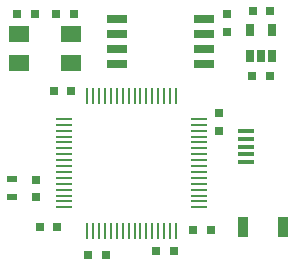
<source format=gtp>
G04 #@! TF.FileFunction,Paste,Top*
%FSLAX46Y46*%
G04 Gerber Fmt 4.6, Leading zero omitted, Abs format (unit mm)*
G04 Created by KiCad (PCBNEW 4.0.7-e0-6372~58~ubuntu16.10.1) date Fri Aug 10 15:11:26 2018*
%MOMM*%
%LPD*%
G01*
G04 APERTURE LIST*
%ADD10C,0.100000*%
%ADD11R,0.900000X1.700000*%
%ADD12R,0.800000X0.750000*%
%ADD13R,0.900000X0.500000*%
%ADD14R,1.800860X1.399540*%
%ADD15R,0.750000X0.800000*%
%ADD16R,1.350000X0.400000*%
%ADD17R,1.700000X0.650000*%
%ADD18R,1.348740X0.289560*%
%ADD19R,0.289560X1.348740*%
%ADD20R,0.650000X1.060000*%
G04 APERTURE END LIST*
D10*
D11*
X151600000Y-102200000D03*
X155000000Y-102200000D03*
D12*
X144300000Y-104200000D03*
X145800000Y-104200000D03*
X137285120Y-84192876D03*
X135785120Y-84192876D03*
X135900000Y-102200000D03*
X134400000Y-102200000D03*
D13*
X132100000Y-99650000D03*
X132100000Y-98150000D03*
D12*
X140000000Y-104600000D03*
X138500000Y-104600000D03*
X147400000Y-102500000D03*
X148900000Y-102500000D03*
D14*
X132685120Y-88290636D03*
X137084400Y-88290636D03*
X137084400Y-85892876D03*
X132685120Y-85892876D03*
D15*
X149600000Y-92600000D03*
X149600000Y-94100000D03*
D12*
X137100000Y-90700000D03*
X135600000Y-90700000D03*
D15*
X134100000Y-99700000D03*
X134100000Y-98200000D03*
D12*
X153950000Y-83900000D03*
X152450000Y-83900000D03*
D16*
X151900000Y-96700000D03*
X151900000Y-96050000D03*
X151900000Y-95400000D03*
X151900000Y-94750000D03*
X151900000Y-94100000D03*
D17*
X141000000Y-84560000D03*
X141000000Y-85830000D03*
X141000000Y-87100000D03*
X141000000Y-88370000D03*
X148300000Y-88370000D03*
X148300000Y-87100000D03*
X148300000Y-85830000D03*
X148300000Y-84560000D03*
D15*
X150300000Y-85700000D03*
X150300000Y-84200000D03*
D12*
X134035120Y-84192876D03*
X132535120Y-84192876D03*
X153900000Y-89400000D03*
X152400000Y-89400000D03*
D18*
X136477380Y-93050960D03*
X136477380Y-93551340D03*
X136477380Y-94051720D03*
X136477380Y-94552100D03*
X136477380Y-95052480D03*
X136477380Y-95550320D03*
X136477380Y-96050700D03*
X136477380Y-96551080D03*
X136477380Y-97048920D03*
X136477380Y-97549300D03*
X136477380Y-98049680D03*
X136477380Y-98547520D03*
X136477380Y-99047900D03*
X136477380Y-99548280D03*
X136477380Y-100048660D03*
X136477380Y-100549040D03*
D19*
X138450960Y-102522620D03*
X138951340Y-102522620D03*
X139451720Y-102522620D03*
X139952100Y-102522620D03*
X140452480Y-102522620D03*
X140950320Y-102522620D03*
X141450700Y-102522620D03*
X141951080Y-102522620D03*
X142448920Y-102522620D03*
X142949300Y-102522620D03*
X143449680Y-102522620D03*
X143947520Y-102522620D03*
X144447900Y-102522620D03*
X144948280Y-102522620D03*
X145448660Y-102522620D03*
X145949040Y-102522620D03*
D18*
X147922620Y-100549040D03*
X147922620Y-100048660D03*
X147922620Y-99548280D03*
X147922620Y-99047900D03*
X147922620Y-98547520D03*
X147922620Y-98049680D03*
X147922620Y-97549300D03*
X147922620Y-97048920D03*
X147922620Y-96551080D03*
X147922620Y-96050700D03*
X147922620Y-95550320D03*
X147922620Y-95052480D03*
X147922620Y-94552100D03*
X147922620Y-94051720D03*
X147922620Y-93551340D03*
X147922620Y-93050960D03*
D19*
X145949040Y-91077380D03*
X145448660Y-91077380D03*
X144948280Y-91077380D03*
X144447900Y-91077380D03*
X143947520Y-91077380D03*
X143449680Y-91077380D03*
X142949300Y-91077380D03*
X142448920Y-91077380D03*
X141951080Y-91077380D03*
X141450700Y-91077380D03*
X140950320Y-91077380D03*
X140452480Y-91077380D03*
X139952100Y-91077380D03*
X139451720Y-91077380D03*
X138951340Y-91077380D03*
X138450960Y-91077380D03*
D20*
X152200000Y-87700000D03*
X153150000Y-87700000D03*
X154100000Y-87700000D03*
X154100000Y-85500000D03*
X152200000Y-85500000D03*
M02*

</source>
